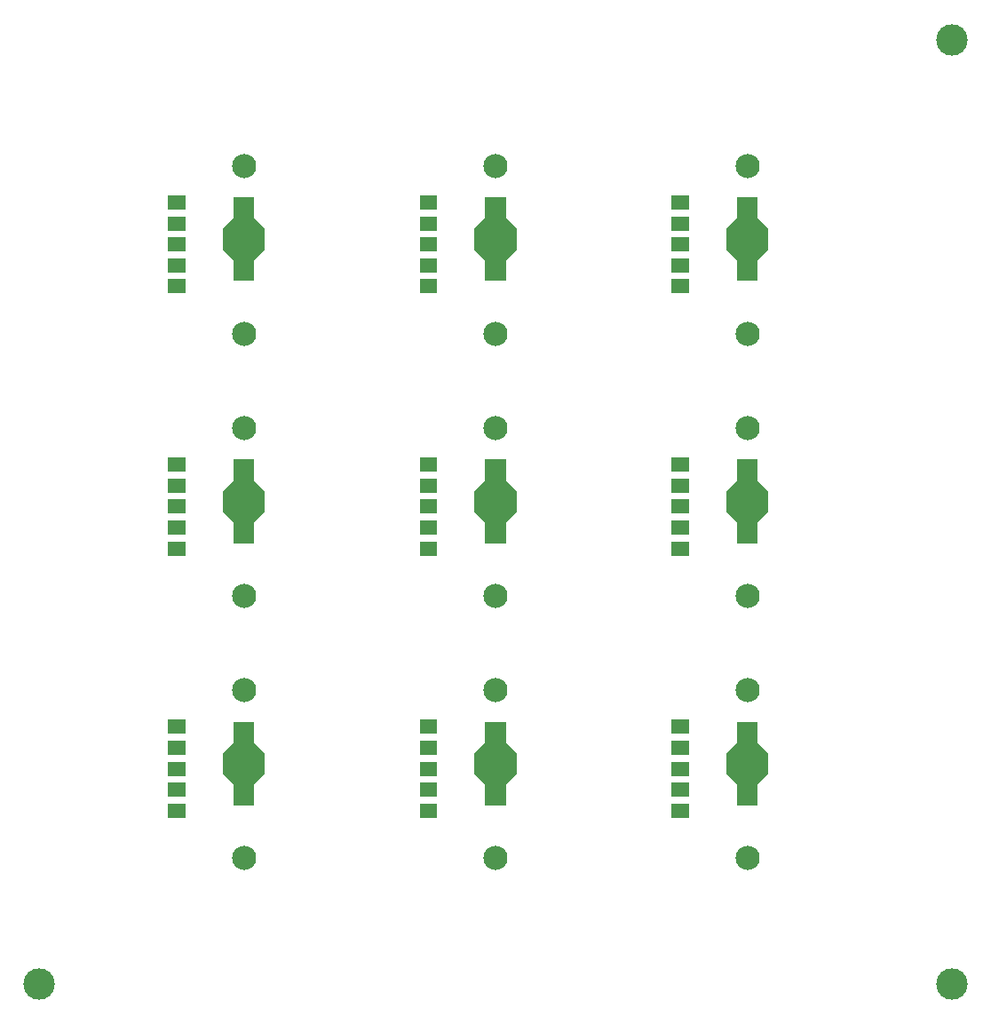
<source format=gbs>
%MOIN*%
%OFA0B0*%
%FSLAX36Y36*%
%IPPOS*%
%LPD*%
%AMOC80*
5,1,8,0,0,$1,22.5*%
%AMOC81*
5,1,8,0,0,$1,22.5*%
%AMOC80*
5,1,8,0,0,$1,22.5*%
%AMOC81*
5,1,8,0,0,$1,22.5*%
%AMOC80*
5,1,8,0,0,$1,22.5*%
%AMOC81*
5,1,8,0,0,$1,22.5*%
%AMOC80*
5,1,8,0,0,$1,22.5*%
%AMOC81*
5,1,8,0,0,$1,22.5*%
%AMOC80*
5,1,8,0,0,$1,22.5*%
%ADD10C,0.11811023622047245*%
%ADD21C,0.090677165354330708*%
%ADD22R,0.033X0.058*%
%ADD23C,0.090677165354330708*%
%ADD24R,0.033X0.058*%
%ADD25C,0.090677165354330708*%
%ADD26R,0.033X0.058*%
%ADD27C,0.090677165354330708*%
%ADD28R,0.033X0.058*%
%ADD29C,0.090677165354330708*%
%ADD30R,0.033X0.058*%
%ADD31C,0.090677165354330708*%
%ADD32R,0.033X0.058*%
%ADD33C,0.090677165354330708*%
%ADD34R,0.033X0.058*%
%ADD35C,0.090677165354330708*%
%ADD36R,0.033X0.058*%
%ADD37C,0.090677165354330708*%
%ADD38R,0.033X0.058*%
D10*
X000000000Y000000000D02*
X000196850Y000196850D03*
X003622047Y000196850D03*
X003622047Y003740157D03*
G04 next file*
G04 EAGLE Gerber RS-274X export*
G75*
G01*
G36*
X001003956Y000866137D02*
X001003956Y000866137D01*
X001003956Y000866141D01*
X001003956Y000944874D01*
X001043322Y000984236D01*
X001043322Y000984248D01*
X001043326Y000984251D01*
X001043326Y001062992D01*
X001043318Y001063000D01*
X001043322Y001063007D01*
X001003956Y001102370D01*
X001003956Y001181102D01*
X001003940Y001181122D01*
X001003937Y001181122D01*
X000925196Y001181122D01*
X000925173Y001181106D01*
X000925173Y001181102D01*
X000925173Y001102370D01*
X000885811Y001063007D01*
X000885811Y001063000D01*
X000885811Y001062996D01*
X000885807Y001062992D01*
X000885807Y000984251D01*
X000885814Y000984244D01*
X000885811Y000984236D01*
X000925173Y000944874D01*
X000925173Y000866141D01*
X000925192Y000866122D01*
X000925196Y000866122D01*
X001003937Y000866122D01*
X001003956Y000866137D01*
G37*
D21*
X000964566Y001299212D03*
X000964566Y000669291D03*
D22*
X000696598Y001161417D03*
X000728598Y001161417D03*
X000696598Y001082677D03*
X000728598Y001082677D03*
X000696598Y001003937D03*
X000728598Y001003937D03*
X000696598Y000925196D03*
X000728598Y000925196D03*
X000696598Y000846456D03*
X000728598Y000846456D03*
G04 next file*
G04 EAGLE Gerber RS-274X export*
G75*
G01*
G36*
X001948838Y000866137D02*
X001948838Y000866137D01*
X001948838Y000866141D01*
X001948838Y000944874D01*
X001988204Y000984236D01*
X001988204Y000984248D01*
X001988208Y000984251D01*
X001988208Y001062992D01*
X001988196Y001063000D01*
X001988204Y001063007D01*
X001948838Y001102370D01*
X001948838Y001181102D01*
X001948822Y001181122D01*
X001948818Y001181122D01*
X001870078Y001181122D01*
X001870059Y001181106D01*
X001870059Y001181102D01*
X001870059Y001102370D01*
X001830692Y001063007D01*
X001830692Y001063000D01*
X001830692Y001062996D01*
X001830688Y001062992D01*
X001830688Y000984251D01*
X001830696Y000984244D01*
X001830692Y000984236D01*
X001870059Y000944874D01*
X001870059Y000866141D01*
X001870070Y000866122D01*
X001870078Y000866122D01*
X001948818Y000866122D01*
X001948838Y000866137D01*
G37*
D23*
X001909448Y001299212D03*
X001909448Y000669291D03*
D24*
X001641480Y001161417D03*
X001673480Y001161417D03*
X001641480Y001082677D03*
X001673480Y001082677D03*
X001641480Y001003937D03*
X001673480Y001003937D03*
X001641480Y000925196D03*
X001673480Y000925196D03*
X001641480Y000846456D03*
X001673480Y000846456D03*
G04 next file*
G04 EAGLE Gerber RS-274X export*
G75*
G01*
G36*
X002893720Y000866137D02*
X002893720Y000866137D01*
X002893720Y000866141D01*
X002893720Y000944874D01*
X002933086Y000984236D01*
X002933086Y000984248D01*
X002933090Y000984251D01*
X002933090Y001062992D01*
X002933082Y001063000D01*
X002933086Y001063007D01*
X002893720Y001102370D01*
X002893720Y001181102D01*
X002893704Y001181122D01*
X002893700Y001181122D01*
X002814960Y001181122D01*
X002814940Y001181106D01*
X002814940Y001181102D01*
X002814940Y001102370D01*
X002775574Y001063007D01*
X002775574Y001063000D01*
X002775574Y001062996D01*
X002775570Y001062992D01*
X002775570Y000984251D01*
X002775578Y000984244D01*
X002775574Y000984236D01*
X002814940Y000944874D01*
X002814940Y000866141D01*
X002814956Y000866122D01*
X002814960Y000866122D01*
X002893700Y000866122D01*
X002893720Y000866137D01*
G37*
D25*
X002854330Y001299212D03*
X002854330Y000669291D03*
D26*
X002586362Y001161417D03*
X002618362Y001161417D03*
X002586362Y001082677D03*
X002618362Y001082677D03*
X002586362Y001003937D03*
X002618362Y001003937D03*
X002586362Y000925196D03*
X002618362Y000925196D03*
X002586362Y000846456D03*
X002618362Y000846456D03*
G04 next file*
G04 EAGLE Gerber RS-274X export*
G75*
G01*
G36*
X001003956Y001850385D02*
X001003956Y001850385D01*
X001003956Y001850393D01*
X001003956Y001929125D01*
X001043322Y001968488D01*
X001043322Y001968496D01*
X001043326Y001968503D01*
X001043326Y002047244D01*
X001043318Y002047251D01*
X001043322Y002047259D01*
X001003956Y002086622D01*
X001003956Y002165354D01*
X001003940Y002165374D01*
X001003937Y002165374D01*
X000925196Y002165374D01*
X000925173Y002165358D01*
X000925173Y002165354D01*
X000925173Y002086622D01*
X000885811Y002047259D01*
X000885811Y002047251D01*
X000885811Y002047248D01*
X000885807Y002047244D01*
X000885807Y001968503D01*
X000885814Y001968496D01*
X000885811Y001968488D01*
X000925173Y001929125D01*
X000925173Y001850393D01*
X000925192Y001850374D01*
X000925196Y001850374D01*
X001003937Y001850374D01*
X001003956Y001850385D01*
G37*
D27*
X000964566Y002283464D03*
X000964566Y001653543D03*
D28*
X000696598Y002145669D03*
X000728598Y002145669D03*
X000696598Y002066929D03*
X000728598Y002066929D03*
X000696598Y001988188D03*
X000728598Y001988188D03*
X000696598Y001909448D03*
X000728598Y001909448D03*
X000696598Y001830708D03*
X000728598Y001830708D03*
G04 next file*
G04 EAGLE Gerber RS-274X export*
G75*
G01*
G36*
X001948838Y001850385D02*
X001948838Y001850385D01*
X001948838Y001850393D01*
X001948838Y001929125D01*
X001988204Y001968488D01*
X001988204Y001968496D01*
X001988208Y001968503D01*
X001988208Y002047244D01*
X001988196Y002047251D01*
X001988204Y002047259D01*
X001948838Y002086622D01*
X001948838Y002165354D01*
X001948822Y002165374D01*
X001948818Y002165374D01*
X001870078Y002165374D01*
X001870059Y002165358D01*
X001870059Y002165354D01*
X001870059Y002086622D01*
X001830692Y002047259D01*
X001830692Y002047251D01*
X001830692Y002047248D01*
X001830688Y002047244D01*
X001830688Y001968503D01*
X001830696Y001968496D01*
X001830692Y001968488D01*
X001870059Y001929125D01*
X001870059Y001850393D01*
X001870070Y001850374D01*
X001870078Y001850374D01*
X001948818Y001850374D01*
X001948838Y001850385D01*
G37*
D29*
X001909448Y002283464D03*
X001909448Y001653543D03*
D30*
X001641480Y002145669D03*
X001673480Y002145669D03*
X001641480Y002066929D03*
X001673480Y002066929D03*
X001641480Y001988188D03*
X001673480Y001988188D03*
X001641480Y001909448D03*
X001673480Y001909448D03*
X001641480Y001830708D03*
X001673480Y001830708D03*
G04 next file*
G04 EAGLE Gerber RS-274X export*
G75*
G01*
G36*
X002893720Y001850385D02*
X002893720Y001850385D01*
X002893720Y001850393D01*
X002893720Y001929125D01*
X002933086Y001968488D01*
X002933086Y001968496D01*
X002933090Y001968503D01*
X002933090Y002047244D01*
X002933082Y002047251D01*
X002933086Y002047259D01*
X002893720Y002086622D01*
X002893720Y002165354D01*
X002893704Y002165374D01*
X002893700Y002165374D01*
X002814960Y002165374D01*
X002814940Y002165358D01*
X002814940Y002165354D01*
X002814940Y002086622D01*
X002775574Y002047259D01*
X002775574Y002047251D01*
X002775574Y002047248D01*
X002775570Y002047244D01*
X002775570Y001968503D01*
X002775578Y001968496D01*
X002775574Y001968488D01*
X002814940Y001929125D01*
X002814940Y001850393D01*
X002814956Y001850374D01*
X002814960Y001850374D01*
X002893700Y001850374D01*
X002893720Y001850385D01*
G37*
D31*
X002854330Y002283464D03*
X002854330Y001653543D03*
D32*
X002586362Y002145669D03*
X002618362Y002145669D03*
X002586362Y002066929D03*
X002618362Y002066929D03*
X002586362Y001988188D03*
X002618362Y001988188D03*
X002586362Y001909448D03*
X002618362Y001909448D03*
X002586362Y001830708D03*
X002618362Y001830708D03*
G04 next file*
G04 EAGLE Gerber RS-274X export*
G75*
G01*
G36*
X001003956Y002834641D02*
X001003956Y002834641D01*
X001003956Y002834645D01*
X001003956Y002913374D01*
X001043322Y002952740D01*
X001043322Y002952751D01*
X001043326Y002952755D01*
X001043326Y003031496D01*
X001043318Y003031503D01*
X001043322Y003031511D01*
X001003956Y003070874D01*
X001003956Y003149606D01*
X001003940Y003149625D01*
X001003937Y003149625D01*
X000925196Y003149625D01*
X000925173Y003149610D01*
X000925173Y003149606D01*
X000925173Y003070874D01*
X000885811Y003031511D01*
X000885811Y003031503D01*
X000885811Y003031500D01*
X000885807Y003031496D01*
X000885807Y002952755D01*
X000885814Y002952744D01*
X000885811Y002952740D01*
X000925173Y002913374D01*
X000925173Y002834645D01*
X000925192Y002834625D01*
X000925196Y002834625D01*
X001003937Y002834625D01*
X001003956Y002834641D01*
G37*
D33*
X000964566Y003267716D03*
X000964566Y002637795D03*
D34*
X000696598Y003129921D03*
X000728598Y003129921D03*
X000696598Y003051181D03*
X000728598Y003051181D03*
X000696598Y002972440D03*
X000728598Y002972440D03*
X000696598Y002893700D03*
X000728598Y002893700D03*
X000696598Y002814960D03*
X000728598Y002814960D03*
G04 next file*
G04 EAGLE Gerber RS-274X export*
G75*
G01*
G36*
X001948838Y002834641D02*
X001948838Y002834641D01*
X001948838Y002834645D01*
X001948838Y002913374D01*
X001988204Y002952740D01*
X001988204Y002952751D01*
X001988208Y002952755D01*
X001988208Y003031496D01*
X001988196Y003031503D01*
X001988204Y003031511D01*
X001948838Y003070874D01*
X001948838Y003149606D01*
X001948822Y003149625D01*
X001948818Y003149625D01*
X001870078Y003149625D01*
X001870059Y003149610D01*
X001870059Y003149606D01*
X001870059Y003070874D01*
X001830692Y003031511D01*
X001830692Y003031503D01*
X001830692Y003031500D01*
X001830688Y003031496D01*
X001830688Y002952755D01*
X001830696Y002952744D01*
X001830692Y002952740D01*
X001870059Y002913374D01*
X001870059Y002834645D01*
X001870070Y002834625D01*
X001870078Y002834625D01*
X001948818Y002834625D01*
X001948838Y002834641D01*
G37*
D35*
X001909448Y003267716D03*
X001909448Y002637795D03*
D36*
X001641480Y003129921D03*
X001673480Y003129921D03*
X001641480Y003051181D03*
X001673480Y003051181D03*
X001641480Y002972440D03*
X001673480Y002972440D03*
X001641480Y002893700D03*
X001673480Y002893700D03*
X001641480Y002814960D03*
X001673480Y002814960D03*
G04 next file*
G04 EAGLE Gerber RS-274X export*
G75*
G01*
G36*
X002893720Y002834641D02*
X002893720Y002834641D01*
X002893720Y002834645D01*
X002893720Y002913374D01*
X002933086Y002952740D01*
X002933086Y002952751D01*
X002933090Y002952755D01*
X002933090Y003031496D01*
X002933082Y003031503D01*
X002933086Y003031511D01*
X002893720Y003070874D01*
X002893720Y003149606D01*
X002893704Y003149625D01*
X002893700Y003149625D01*
X002814960Y003149625D01*
X002814940Y003149610D01*
X002814940Y003149606D01*
X002814940Y003070874D01*
X002775574Y003031511D01*
X002775574Y003031503D01*
X002775574Y003031500D01*
X002775570Y003031496D01*
X002775570Y002952755D01*
X002775578Y002952744D01*
X002775574Y002952740D01*
X002814940Y002913374D01*
X002814940Y002834645D01*
X002814956Y002834625D01*
X002814960Y002834625D01*
X002893700Y002834625D01*
X002893720Y002834641D01*
G37*
D37*
X002854330Y003267716D03*
X002854330Y002637795D03*
D38*
X002586362Y003129921D03*
X002618362Y003129921D03*
X002586362Y003051181D03*
X002618362Y003051181D03*
X002586362Y002972440D03*
X002618362Y002972440D03*
X002586362Y002893700D03*
X002618362Y002893700D03*
X002586362Y002814960D03*
X002618362Y002814960D03*
M02*
</source>
